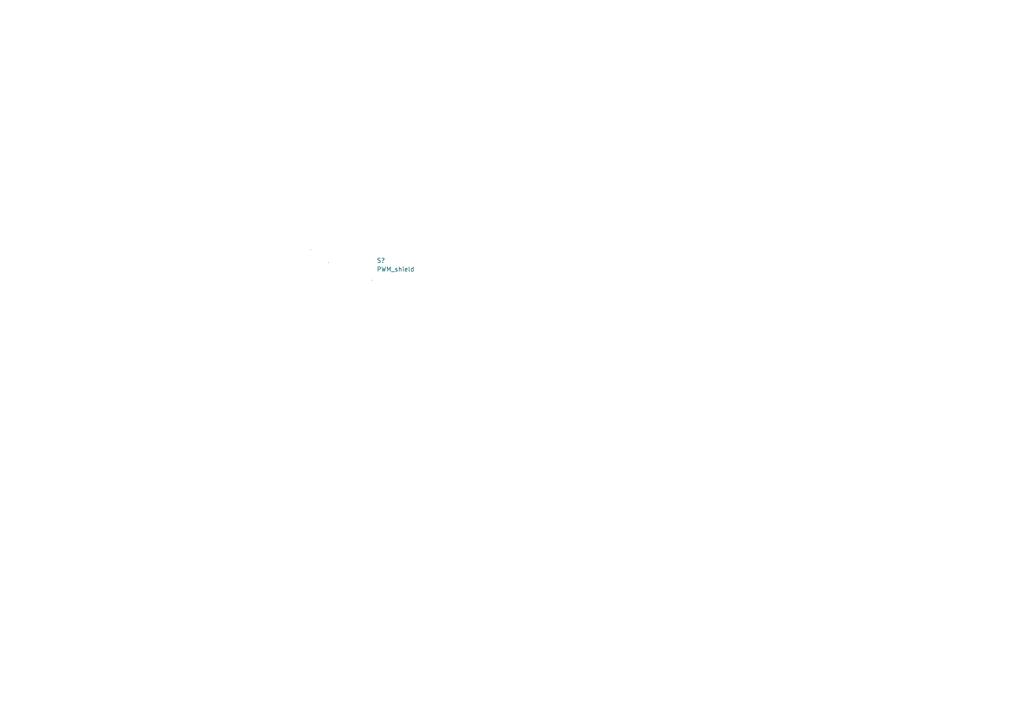
<source format=kicad_sch>
(kicad_sch (version 20211123) (generator eeschema)
  (paper "A4")
  (lib_symbols
    (symbol "New_Library:PWM_shield"
      (property "Reference" "S" (at 0 7.62 0))
      (property "Value" "PWM_shield" (at 0 10.16 0))
      (symbol "PWM_shield_0_1"
        (rectangle (start -12.7 7.62) (end -12.7 7.62))
        (rectangle (start -7.62 3.81) (end -7.62 3.81))
        (rectangle (start 5.08 -1.27) (end 5.08 -1.27))
      )
    )
  )
  (symbol (lib_id "New_Library:PWM_shield") (at 102.87 80.01 0) (unit 1)
    (property "Reference" "S?" (at 109.22 75.5649 0) (effects (justify left)))
    (property "Value" "PWM_shield" (at 109.22 78.1049 0) (effects (justify left)))
  )
)
</source>
